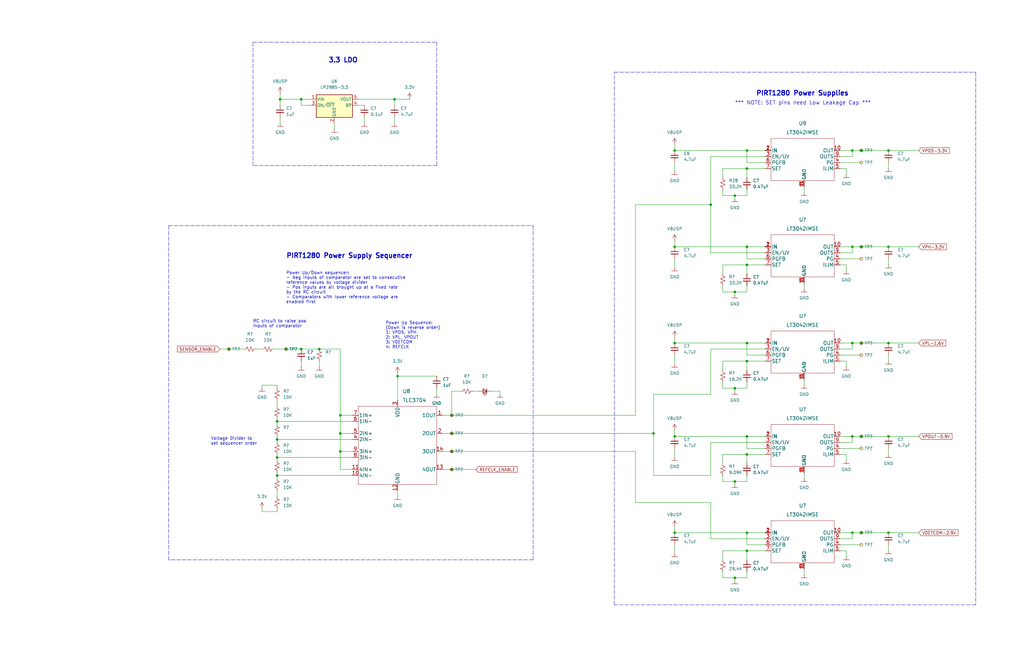
<source format=kicad_sch>
(kicad_sch (version 20211123) (generator eeschema)
  (paper "B")
  (lib_symbols
    (symbol "Device:C_Small" (pin_numbers hide) (pin_names (offset 0.254) hide)
      (property "Reference" "C" (at 0.254 1.778 0))
      (property "Value" "C_Small" (at 0.254 -2.032 0))
      (symbol "C_Small_0_1"
        (polyline (pts (xy -1.524 -0.508) (xy 1.524 -0.508)) (stroke (width 0.3302)))
        (polyline (pts (xy -1.524 0.508) (xy 1.524 0.508)) (stroke (width 0.3048)))
      )
      (symbol "C_Small_1_1"
        (pin passive line (at 0 2.54 270) (length 2.032) (name "~") (number "1"))
        (pin passive line (at 0 -2.54 90) (length 2.032) (name "~") (number "2"))
      )
    )
    (symbol "Device:LED_Small" (pin_numbers hide) (pin_names (offset 0.254) hide)
      (property "Reference" "D" (at -1.27 3.175 0))
      (property "Value" "LED_Small" (at -4.445 -2.54 0))
      (symbol "LED_Small_0_1"
        (polyline (pts (xy -0.762 -1.016) (xy -0.762 1.016)) (stroke (width 0.254)))
        (polyline (pts (xy 1.016 0) (xy -0.762 0)))
        (polyline (pts (xy 0.762 -1.016) (xy -0.762 0) (xy 0.762 1.016) (xy 0.762 -1.016)) (stroke (width 0.254)))
        (polyline (pts (xy 0 0.762) (xy -0.508 1.27) (xy -0.254 1.27) (xy -0.508 1.27) (xy -0.508 1.016)))
        (polyline (pts (xy 0.508 1.27) (xy 0 1.778) (xy 0.254 1.778) (xy 0 1.778) (xy 0 1.524)))
      )
      (symbol "LED_Small_1_1"
        (pin passive line (at -2.54 0 0) (length 1.778) (name "K") (number "1"))
        (pin passive line (at 2.54 0 180) (length 1.778) (name "A") (number "2"))
      )
    )
    (symbol "Device:R_Small_US" (pin_numbers hide) (pin_names (offset 0.254) hide)
      (property "Reference" "R" (at 0.762 0.508 0))
      (property "Value" "R_Small_US" (at 0.762 -1.016 0))
      (symbol "R_Small_US_1_1"
        (polyline (pts (xy 0 0) (xy 1.016 -0.381) (xy 0 -0.762) (xy -1.016 -1.143) (xy 0 -1.524)))
        (polyline (pts (xy 0 1.524) (xy 1.016 1.143) (xy 0 0.762) (xy -1.016 0.381) (xy 0 0)))
        (pin passive line (at 0 2.54 270) (length 1.016) (name "~") (number "1"))
        (pin passive line (at 0 -2.54 90) (length 1.016) (name "~") (number "2"))
      )
    )
    (symbol "Regulator_Linear:LP2985-3.3" (pin_names (offset 0.254))
      (property "Reference" "U" (at -6.35 5.715 0))
      (property "Value" "LP2985-3.3" (at 0 5.715 0))
      (symbol "LP2985-3.3_0_1"
        (rectangle (start -7.62 -5.08) (end 7.62 4.445) (stroke (width 0.254)) (fill (type background)))
      )
      (symbol "LP2985-3.3_1_1"
        (pin power_in line (at -10.16 2.54 0) (length 2.54) (name "VIN") (number "1"))
        (pin power_in line (at 0 -7.62 90) (length 2.54) (name "GND") (number "2"))
        (pin input line (at -10.16 0 0) (length 2.54) (name "ON/~{OFF}") (number "3"))
        (pin input line (at 10.16 0 180) (length 2.54) (name "BP") (number "4"))
        (pin power_out line (at 10.16 2.54 180) (length 2.54) (name "VOUT") (number "5"))
      )
    )
    (symbol "oresat-ics:LT3042IMSE" (pin_names (offset 0.254))
      (property "Reference" "U9" (at 20.955 11.43 0))
      (property "Value" "LT3042IMSE" (at 20.955 7.62 0))
      (symbol "LT3042IMSE_1_1"
        (polyline (pts (xy 7.62 -12.7) (xy 34.29 -12.7)) (stroke (width 0.127)))
        (polyline (pts (xy 7.62 5.08) (xy 7.62 -12.7)) (stroke (width 0.127)))
        (polyline (pts (xy 34.29 -12.7) (xy 34.29 5.08)) (stroke (width 0.127)))
        (polyline (pts (xy 34.29 5.08) (xy 7.62 5.08)) (stroke (width 0.127)))
        (pin input line (at 5.08 0 0) (length 2.54) (name "IN") (number "1"))
        (pin output line (at 36.83 0 180) (length 2.54) (name "OUT") (number "10"))
        (pin power_in line (at 21.59 -15.24 90) (length 2.54) (name "GND") (number "11"))
        (pin input line (at 5.08 0 0) (length 2.54) (name "IN") (number "2"))
        (pin output line (at 5.08 -2.54 0) (length 2.54) (name "EN/UV") (number "3"))
        (pin power_in line (at 36.83 -5.08 180) (length 2.54) (name "PG") (number "4"))
        (pin unspecified line (at 36.83 -7.62 180) (length 2.54) (name "ILIM") (number "5"))
        (pin power_in line (at 5.08 -5.08 0) (length 2.54) (name "PGFB") (number "6"))
        (pin input line (at 5.08 -7.62 0) (length 2.54) (name "SET") (number "7"))
        (pin power_in line (at 21.59 -15.24 90) (length 2.54) (name "GND") (number "8"))
        (pin output line (at 36.83 -2.54 180) (length 2.54) (name "OUTS") (number "9"))
      )
    )
    (symbol "oresat-ics:TLC3704" (pin_names (offset 0.254))
      (property "Reference" "U8" (at 26.2751 11.43 0))
      (property "Value" "TLC3704" (at 26.2751 7.62 0))
      (symbol "TLC3704_1_1"
        (polyline (pts (xy 7.62 -27.94) (xy 40.64 -27.94)) (stroke (width 0.127)))
        (polyline (pts (xy 7.62 5.08) (xy 7.62 -27.94)) (stroke (width 0.127)))
        (polyline (pts (xy 40.64 -27.94) (xy 40.64 5.08)) (stroke (width 0.127)))
        (polyline (pts (xy 40.64 5.08) (xy 7.62 5.08)) (stroke (width 0.127)))
        (pin output line (at 43.18 1.27 180) (length 2.54) (name "1OUT") (number "1"))
        (pin input line (at 5.08 -24.13 0) (length 2.54) (name "4IN-") (number "10"))
        (pin input line (at 5.08 -21.59 0) (length 2.54) (name "4IN+") (number "11"))
        (pin power_in line (at 24.13 -30.48 90) (length 2.54) (name "GND") (number "12"))
        (pin output line (at 43.18 -21.59 180) (length 2.54) (name "4OUT") (number "13"))
        (pin output line (at 43.18 -13.97 180) (length 2.54) (name "3OUT") (number "14"))
        (pin output line (at 43.18 -6.35 180) (length 2.54) (name "2OUT") (number "2"))
        (pin power_in line (at 24.13 7.62 270) (length 2.54) (name "VDD") (number "3"))
        (pin input line (at 5.08 -8.89 0) (length 2.54) (name "2IN-") (number "4"))
        (pin input line (at 5.08 -6.35 0) (length 2.54) (name "2IN+") (number "5"))
        (pin input line (at 5.08 -1.27 0) (length 2.54) (name "1IN-") (number "6"))
        (pin input line (at 5.08 1.27 0) (length 2.54) (name "1IN+") (number "7"))
        (pin input line (at 5.08 -16.51 0) (length 2.54) (name "3IN-") (number "8"))
        (pin input line (at 5.08 -13.97 0) (length 2.54) (name "3IN+") (number "9"))
      )
    )
    (symbol "oresat-misc:TestPoint-MinTH" (pin_numbers hide) (pin_names (offset 0.762) hide)
      (property "Reference" "TP" (at 0 2.54 0))
      (symbol "TestPoint-MinTH_0_1"
        (circle (center 0 0) (radius 0.635) (fill (type background)))
      )
      (symbol "TestPoint-MinTH_1_1"
        (pin passive line (at 0 0 270) (length 0) (name "1") (number "1"))
      )
    )
    (symbol "oresat-power:3.3V" (power) (pin_names (offset 0))
      (property "Value" "3.3V" (at 0 3.556 0))
      (symbol "3.3V_0_1"
        (polyline (pts (xy -0.762 1.27) (xy 0 2.54)))
        (polyline (pts (xy 0 0) (xy 0 2.54)))
        (polyline (pts (xy 0 2.54) (xy 0.762 1.27)))
      )
      (symbol "3.3V_1_1"
        (pin power_in line (at 0 0 90) (length 0) hide (name "3.3V") (number "1"))
      )
    )
    (symbol "oresat-power:GND" (power) (pin_names (offset 0))
      (property "Value" "GND" (at 0 -2.54 0))
      (symbol "GND_0_1"
        (polyline (pts (xy 0 0) (xy 0 -1.27) (xy 1.27 -1.27) (xy 0 -1.27) (xy -1.27 -1.27) (xy 0 -1.27)))
      )
      (symbol "GND_1_1"
        (pin power_in line (at 0 0 270) (length 0) hide (name "GND") (number "1"))
      )
    )
    (symbol "oresat-power:VBUSP" (power) (pin_names (offset 0))
      (property "Value" "VBUSP" (at 0 3.556 0))
      (symbol "VBUSP_0_1"
        (polyline (pts (xy -0.762 1.27) (xy 0 2.54)))
        (polyline (pts (xy 0 0) (xy 0 2.54)))
        (polyline (pts (xy 0 2.54) (xy 0.762 1.27)))
      )
      (symbol "VBUSP_1_1"
        (pin power_in line (at 0 0 90) (length 0) hide (name "VBUSP") (number "1"))
      )
    )
  )
  (junction (at 190.5 190.5))
  (junction (at 359.41 104.14))
  (junction (at 309.88 123.19))
  (junction (at 143.51 190.5))
  (junction (at 118.11 41.91))
  (junction (at 363.22 63.5))
  (junction (at 374.65 184.15))
  (junction (at 275.59 182.88))
  (junction (at 116.84 185.42))
  (junction (at 314.96 144.78))
  (junction (at 309.88 82.55))
  (junction (at 314.96 232.41))
  (junction (at 190.5 198.12))
  (junction (at 190.5 182.88))
  (junction (at 167.64 158.75))
  (junction (at 284.48 184.15))
  (junction (at 127 41.91))
  (junction (at 143.51 182.88))
  (junction (at 284.48 63.5))
  (junction (at 374.65 63.5))
  (junction (at 314.96 111.76))
  (junction (at 314.96 71.12))
  (junction (at 190.5 175.26))
  (junction (at 284.48 144.78))
  (junction (at 314.96 191.77))
  (junction (at 374.65 144.78))
  (junction (at 116.84 200.66))
  (junction (at 363.22 144.78))
  (junction (at 359.41 63.5))
  (junction (at 374.65 104.14))
  (junction (at 359.41 184.15))
  (junction (at 359.41 144.78))
  (junction (at 314.96 104.14))
  (junction (at 166.37 41.91))
  (junction (at 116.84 193.04))
  (junction (at 363.22 184.15))
  (junction (at 309.88 203.2))
  (junction (at 359.41 224.79))
  (junction (at 314.96 184.15))
  (junction (at 363.22 224.79))
  (junction (at 96.52 147.32))
  (junction (at 314.96 63.5))
  (junction (at 374.65 224.79))
  (junction (at 309.88 243.84))
  (junction (at 309.88 163.83))
  (junction (at 284.48 104.14))
  (junction (at 314.96 224.79))
  (junction (at 143.51 175.26))
  (junction (at 116.84 177.8))
  (junction (at 284.48 224.79))
  (junction (at 299.72 86.36))
  (junction (at 363.22 104.14))
  (junction (at 134.62 147.32))
  (junction (at 120.65 147.32))
  (junction (at 314.96 152.4))
  (junction (at 127 147.32))
  (wire (pts (xy 304.8 111.76) (xy 304.8 115.57)))
  (wire (pts (xy 304.8 82.55) (xy 309.88 82.55)))
  (wire (pts (xy 374.65 149.86) (xy 374.65 152.4)))
  (wire (pts (xy 354.33 186.69) (xy 359.41 186.69)))
  (wire (pts (xy 127 41.91) (xy 130.81 41.91)))
  (wire (pts (xy 167.64 158.75) (xy 167.64 168.91)))
  (wire (pts (xy 267.97 212.09) (xy 299.72 212.09)))
  (wire (pts (xy 166.37 41.91) (xy 172.72 41.91)))
  (wire (pts (xy 314.96 123.19) (xy 314.96 120.65)))
  (wire (pts (xy 134.62 152.4) (xy 134.62 154.94)))
  (wire (pts (xy 284.48 189.23) (xy 284.48 193.04)))
  (wire (pts (xy 314.96 224.79) (xy 322.58 224.79)))
  (wire (pts (xy 284.48 142.24) (xy 284.48 144.78)))
  (wire (pts (xy 339.09 78.74) (xy 339.09 81.28)))
  (wire (pts (xy 284.48 222.25) (xy 284.48 224.79)))
  (wire (pts (xy 314.96 111.76) (xy 304.8 111.76)))
  (wire (pts (xy 267.97 190.5) (xy 267.97 212.09)))
  (wire (pts (xy 107.95 147.32) (xy 110.49 147.32)))
  (wire (pts (xy 356.87 191.77) (xy 354.33 191.77)))
  (wire (pts (xy 116.84 193.04) (xy 116.84 194.31)))
  (wire (pts (xy 304.8 232.41) (xy 304.8 236.22)))
  (wire (pts (xy 354.33 147.32) (xy 359.41 147.32)))
  (wire (pts (xy 284.48 60.96) (xy 284.48 63.5)))
  (wire (pts (xy 304.8 191.77) (xy 304.8 195.58)))
  (wire (pts (xy 284.48 149.86) (xy 284.48 153.67)))
  (wire (pts (xy 299.72 86.36) (xy 299.72 106.68)))
  (wire (pts (xy 275.59 182.88) (xy 275.59 166.37)))
  (wire (pts (xy 190.5 182.88) (xy 275.59 182.88)))
  (wire (pts (xy 110.49 214.63) (xy 110.49 215.9)))
  (wire (pts (xy 314.96 232.41) (xy 304.8 232.41)))
  (wire (pts (xy 304.8 241.3) (xy 304.8 243.84)))
  (wire (pts (xy 309.88 203.2) (xy 314.96 203.2)))
  (polyline (pts (xy 411.48 255.27) (xy 259.08 255.27)))
  (wire (pts (xy 314.96 149.86) (xy 314.96 144.78)))
  (wire (pts (xy 116.84 200.66) (xy 148.59 200.66)))
  (wire (pts (xy 356.87 154.94) (xy 356.87 152.4)))
  (wire (pts (xy 116.84 215.9) (xy 116.84 214.63)))
  (polyline (pts (xy 140.97 17.78) (xy 184.15 17.78)))
  (wire (pts (xy 322.58 229.87) (xy 314.96 229.87)))
  (wire (pts (xy 299.72 66.04) (xy 322.58 66.04)))
  (wire (pts (xy 118.11 39.37) (xy 118.11 41.91)))
  (wire (pts (xy 143.51 198.12) (xy 148.59 198.12)))
  (wire (pts (xy 314.96 184.15) (xy 322.58 184.15)))
  (wire (pts (xy 284.48 101.6) (xy 284.48 104.14)))
  (wire (pts (xy 339.09 160.02) (xy 339.09 162.56)))
  (wire (pts (xy 314.96 71.12) (xy 304.8 71.12)))
  (wire (pts (xy 143.51 147.32) (xy 143.51 175.26)))
  (polyline (pts (xy 106.68 17.78) (xy 140.97 17.78)))
  (wire (pts (xy 374.65 109.22) (xy 374.65 111.76)))
  (wire (pts (xy 284.48 109.22) (xy 284.48 113.03)))
  (wire (pts (xy 309.88 123.19) (xy 314.96 123.19)))
  (polyline (pts (xy 184.15 69.85) (xy 106.68 69.85)))
  (wire (pts (xy 354.33 66.04) (xy 359.41 66.04)))
  (wire (pts (xy 116.84 191.77) (xy 116.84 193.04)))
  (wire (pts (xy 118.11 41.91) (xy 118.11 44.45)))
  (wire (pts (xy 127 152.4) (xy 127 154.94)))
  (wire (pts (xy 363.22 224.79) (xy 374.65 224.79)))
  (wire (pts (xy 115.57 147.32) (xy 120.65 147.32)))
  (wire (pts (xy 143.51 175.26) (xy 143.51 182.88)))
  (wire (pts (xy 304.8 243.84) (xy 309.88 243.84)))
  (wire (pts (xy 309.88 82.55) (xy 314.96 82.55)))
  (wire (pts (xy 116.84 176.53) (xy 116.84 177.8)))
  (wire (pts (xy 110.49 215.9) (xy 116.84 215.9)))
  (wire (pts (xy 166.37 41.91) (xy 166.37 44.45)))
  (wire (pts (xy 143.51 175.26) (xy 148.59 175.26)))
  (wire (pts (xy 275.59 200.66) (xy 275.59 182.88)))
  (wire (pts (xy 116.84 184.15) (xy 116.84 185.42)))
  (wire (pts (xy 314.96 71.12) (xy 314.96 74.93)))
  (wire (pts (xy 322.58 232.41) (xy 314.96 232.41)))
  (wire (pts (xy 374.65 104.14) (xy 387.35 104.14)))
  (wire (pts (xy 363.22 184.15) (xy 374.65 184.15)))
  (wire (pts (xy 304.8 80.01) (xy 304.8 82.55)))
  (wire (pts (xy 304.8 152.4) (xy 304.8 156.21)))
  (wire (pts (xy 140.97 52.07) (xy 140.97 54.61)))
  (wire (pts (xy 374.65 229.87) (xy 374.65 232.41)))
  (wire (pts (xy 374.65 68.58) (xy 374.65 71.12)))
  (polyline (pts (xy 106.68 69.85) (xy 106.68 17.78)))
  (wire (pts (xy 354.33 229.87) (xy 363.22 229.87)))
  (polyline (pts (xy 411.48 30.48) (xy 411.48 255.27)))
  (wire (pts (xy 354.33 224.79) (xy 359.41 224.79)))
  (wire (pts (xy 363.22 144.78) (xy 374.65 144.78)))
  (wire (pts (xy 309.88 163.83) (xy 309.88 165.1)))
  (wire (pts (xy 314.96 163.83) (xy 314.96 161.29)))
  (wire (pts (xy 322.58 71.12) (xy 314.96 71.12)))
  (wire (pts (xy 299.72 86.36) (xy 299.72 66.04)))
  (wire (pts (xy 314.96 109.22) (xy 314.96 104.14)))
  (wire (pts (xy 299.72 200.66) (xy 299.72 186.69)))
  (wire (pts (xy 190.5 190.5) (xy 267.97 190.5)))
  (wire (pts (xy 143.51 182.88) (xy 148.59 182.88)))
  (wire (pts (xy 166.37 49.53) (xy 166.37 52.07)))
  (wire (pts (xy 309.88 243.84) (xy 314.96 243.84)))
  (wire (pts (xy 359.41 224.79) (xy 363.22 224.79)))
  (wire (pts (xy 299.72 212.09) (xy 299.72 227.33)))
  (wire (pts (xy 267.97 86.36) (xy 299.72 86.36)))
  (wire (pts (xy 304.8 161.29) (xy 304.8 163.83)))
  (wire (pts (xy 284.48 224.79) (xy 314.96 224.79)))
  (wire (pts (xy 339.09 199.39) (xy 339.09 201.93)))
  (wire (pts (xy 374.65 144.78) (xy 387.35 144.78)))
  (wire (pts (xy 284.48 184.15) (xy 314.96 184.15)))
  (wire (pts (xy 309.88 123.19) (xy 309.88 124.46)))
  (wire (pts (xy 322.58 68.58) (xy 314.96 68.58)))
  (wire (pts (xy 354.33 189.23) (xy 363.22 189.23)))
  (wire (pts (xy 356.87 111.76) (xy 354.33 111.76)))
  (wire (pts (xy 304.8 200.66) (xy 304.8 203.2)))
  (polyline (pts (xy 259.08 255.27) (xy 259.08 30.48)))
  (wire (pts (xy 153.67 49.53) (xy 153.67 52.07)))
  (wire (pts (xy 284.48 104.14) (xy 314.96 104.14)))
  (wire (pts (xy 267.97 175.26) (xy 267.97 86.36)))
  (wire (pts (xy 116.84 163.83) (xy 116.84 162.56)))
  (wire (pts (xy 359.41 106.68) (xy 359.41 104.14)))
  (wire (pts (xy 304.8 203.2) (xy 309.88 203.2)))
  (wire (pts (xy 127 147.32) (xy 134.62 147.32)))
  (wire (pts (xy 186.69 198.12) (xy 190.5 198.12)))
  (wire (pts (xy 304.8 123.19) (xy 309.88 123.19)))
  (wire (pts (xy 314.96 152.4) (xy 304.8 152.4)))
  (wire (pts (xy 118.11 49.53) (xy 118.11 52.07)))
  (wire (pts (xy 143.51 182.88) (xy 143.51 190.5)))
  (polyline (pts (xy 71.12 95.25) (xy 71.12 236.22)))
  (wire (pts (xy 116.84 199.39) (xy 116.84 200.66)))
  (wire (pts (xy 167.64 207.01) (xy 167.64 209.55)))
  (wire (pts (xy 275.59 166.37) (xy 299.72 166.37)))
  (wire (pts (xy 190.5 165.1) (xy 194.31 165.1)))
  (wire (pts (xy 314.96 144.78) (xy 322.58 144.78)))
  (wire (pts (xy 190.5 198.12) (xy 200.66 198.12)))
  (wire (pts (xy 299.72 106.68) (xy 322.58 106.68)))
  (wire (pts (xy 314.96 189.23) (xy 314.96 184.15)))
  (wire (pts (xy 356.87 234.95) (xy 356.87 232.41)))
  (polyline (pts (xy 224.79 95.25) (xy 224.79 236.22)))
  (wire (pts (xy 143.51 190.5) (xy 143.51 198.12)))
  (wire (pts (xy 304.8 71.12) (xy 304.8 74.93)))
  (wire (pts (xy 186.69 190.5) (xy 190.5 190.5)))
  (polyline (pts (xy 224.79 236.22) (xy 71.12 236.22)))
  (wire (pts (xy 284.48 181.61) (xy 284.48 184.15)))
  (wire (pts (xy 116.84 185.42) (xy 148.59 185.42)))
  (wire (pts (xy 322.58 111.76) (xy 314.96 111.76)))
  (wire (pts (xy 207.01 165.1) (xy 210.82 165.1)))
  (wire (pts (xy 314.96 203.2) (xy 314.96 200.66)))
  (wire (pts (xy 356.87 232.41) (xy 354.33 232.41)))
  (wire (pts (xy 354.33 68.58) (xy 363.22 68.58)))
  (wire (pts (xy 199.39 165.1) (xy 201.93 165.1)))
  (wire (pts (xy 116.84 185.42) (xy 116.84 186.69)))
  (wire (pts (xy 143.51 190.5) (xy 148.59 190.5)))
  (wire (pts (xy 134.62 147.32) (xy 143.51 147.32)))
  (wire (pts (xy 322.58 191.77) (xy 314.96 191.77)))
  (wire (pts (xy 116.84 177.8) (xy 148.59 177.8)))
  (wire (pts (xy 116.84 177.8) (xy 116.84 179.07)))
  (wire (pts (xy 374.65 224.79) (xy 387.35 224.79)))
  (wire (pts (xy 314.96 82.55) (xy 314.96 80.01)))
  (wire (pts (xy 314.96 63.5) (xy 322.58 63.5)))
  (wire (pts (xy 284.48 229.87) (xy 284.48 233.68)))
  (wire (pts (xy 356.87 152.4) (xy 354.33 152.4)))
  (wire (pts (xy 322.58 109.22) (xy 314.96 109.22)))
  (wire (pts (xy 356.87 71.12) (xy 354.33 71.12)))
  (wire (pts (xy 322.58 189.23) (xy 314.96 189.23)))
  (wire (pts (xy 130.81 44.45) (xy 127 44.45)))
  (wire (pts (xy 116.84 207.01) (xy 116.84 209.55)))
  (wire (pts (xy 151.13 44.45) (xy 153.67 44.45)))
  (wire (pts (xy 359.41 184.15) (xy 363.22 184.15)))
  (wire (pts (xy 96.52 147.32) (xy 102.87 147.32)))
  (wire (pts (xy 167.64 158.75) (xy 184.15 158.75)))
  (wire (pts (xy 309.88 82.55) (xy 309.88 83.82)))
  (wire (pts (xy 359.41 227.33) (xy 359.41 224.79)))
  (wire (pts (xy 314.96 229.87) (xy 314.96 224.79)))
  (wire (pts (xy 190.5 175.26) (xy 190.5 165.1)))
  (wire (pts (xy 359.41 63.5) (xy 363.22 63.5)))
  (wire (pts (xy 354.33 63.5) (xy 359.41 63.5)))
  (wire (pts (xy 314.96 104.14) (xy 322.58 104.14)))
  (wire (pts (xy 314.96 232.41) (xy 314.96 236.22)))
  (wire (pts (xy 314.96 111.76) (xy 314.96 115.57)))
  (wire (pts (xy 314.96 152.4) (xy 314.96 156.21)))
  (wire (pts (xy 116.84 168.91) (xy 116.84 171.45)))
  (wire (pts (xy 359.41 104.14) (xy 363.22 104.14)))
  (wire (pts (xy 359.41 144.78) (xy 363.22 144.78)))
  (wire (pts (xy 309.88 203.2) (xy 309.88 204.47)))
  (wire (pts (xy 354.33 227.33) (xy 359.41 227.33)))
  (wire (pts (xy 354.33 149.86) (xy 363.22 149.86)))
  (wire (pts (xy 110.49 162.56) (xy 110.49 163.83)))
  (wire (pts (xy 299.72 166.37) (xy 299.72 147.32)))
  (wire (pts (xy 184.15 163.83) (xy 184.15 166.37)))
  (wire (pts (xy 116.84 200.66) (xy 116.84 201.93)))
  (wire (pts (xy 359.41 186.69) (xy 359.41 184.15)))
  (wire (pts (xy 284.48 68.58) (xy 284.48 72.39)))
  (wire (pts (xy 275.59 200.66) (xy 299.72 200.66)))
  (wire (pts (xy 374.65 63.5) (xy 387.35 63.5)))
  (wire (pts (xy 186.69 182.88) (xy 190.5 182.88)))
  (wire (pts (xy 363.22 63.5) (xy 374.65 63.5)))
  (wire (pts (xy 314.96 68.58) (xy 314.96 63.5)))
  (wire (pts (xy 314.96 243.84) (xy 314.96 241.3)))
  (wire (pts (xy 322.58 152.4) (xy 314.96 152.4)))
  (wire (pts (xy 92.71 147.32) (xy 96.52 147.32)))
  (wire (pts (xy 118.11 41.91) (xy 127 41.91)))
  (wire (pts (xy 190.5 175.26) (xy 267.97 175.26)))
  (wire (pts (xy 210.82 165.1) (xy 210.82 166.37)))
  (wire (pts (xy 299.72 147.32) (xy 322.58 147.32)))
  (wire (pts (xy 354.33 144.78) (xy 359.41 144.78)))
  (wire (pts (xy 304.8 120.65) (xy 304.8 123.19)))
  (wire (pts (xy 374.65 189.23) (xy 374.65 191.77)))
  (wire (pts (xy 299.72 227.33) (xy 322.58 227.33)))
  (wire (pts (xy 120.65 147.32) (xy 127 147.32)))
  (wire (pts (xy 354.33 106.68) (xy 359.41 106.68)))
  (wire (pts (xy 284.48 63.5) (xy 314.96 63.5)))
  (wire (pts (xy 186.69 175.26) (xy 190.5 175.26)))
  (wire (pts (xy 314.96 191.77) (xy 304.8 191.77)))
  (wire (pts (xy 339.09 240.03) (xy 339.09 242.57)))
  (wire (pts (xy 167.64 157.48) (xy 167.64 158.75)))
  (wire (pts (xy 339.09 119.38) (xy 339.09 121.92)))
  (wire (pts (xy 284.48 144.78) (xy 314.96 144.78)))
  (wire (pts (xy 127 44.45) (xy 127 41.91)))
  (wire (pts (xy 356.87 114.3) (xy 356.87 111.76)))
  (wire (pts (xy 116.84 193.04) (xy 148.59 193.04)))
  (wire (pts (xy 359.41 66.04) (xy 359.41 63.5)))
  (wire (pts (xy 116.84 162.56) (xy 110.49 162.56)))
  (wire (pts (xy 356.87 194.31) (xy 356.87 191.77)))
  (wire (pts (xy 374.65 184.15) (xy 387.35 184.15)))
  (wire (pts (xy 322.58 149.86) (xy 314.96 149.86)))
  (wire (pts (xy 359.41 147.32) (xy 359.41 144.78)))
  (wire (pts (xy 151.13 41.91) (xy 166.37 41.91)))
  (wire (pts (xy 354.33 104.14) (xy 359.41 104.14)))
  (wire (pts (xy 363.22 104.14) (xy 374.65 104.14)))
  (wire (pts (xy 356.87 73.66) (xy 356.87 71.12)))
  (wire (pts (xy 304.8 163.83) (xy 309.88 163.83)))
  (wire (pts (xy 314.96 191.77) (xy 314.96 195.58)))
  (polyline (pts (xy 292.1 30.48) (xy 411.48 30.48)))
  (polyline (pts (xy 259.08 30.48) (xy 292.1 30.48)))
  (polyline (pts (xy 71.12 95.25) (xy 224.79 95.25)))
  (wire (pts (xy 354.33 184.15) (xy 359.41 184.15)))
  (wire (pts (xy 309.88 163.83) (xy 314.96 163.83)))
  (wire (pts (xy 354.33 109.22) (xy 363.22 109.22)))
  (polyline (pts (xy 184.15 17.78) (xy 184.15 69.85)))
  (wire (pts (xy 309.88 243.84) (xy 309.88 245.11)))
  (wire (pts (xy 299.72 186.69) (xy 322.58 186.69)))
  (text "RC circuit to raise pos\ninputs of comparator" (at 106.68 138.43 0) (effects (font (size 1.27 1.27)) (justify left bottom)))
  (text "Voltage Divider to\nset sequencer order" (at 88.9 187.96 0) (effects (font (size 1.27 1.27)) (justify left bottom)))
  (text "Power Up/Down sequencer:\n- Neg inputs of comparator are set to consecutive \nreference values by voltage divider\n- Pos inputs are all brought up at a fixed rate\nby the RC circuit\n- Comparators with lower reference voltage are\nenabled first" (at 120.65 128.27 0) (effects (font (size 1.27 1.27)) (justify left bottom)))
  (text "PIRT1280 Power Supply Sequencer" (at 120.65 109.22 0) (effects (font (size 2 2) (thickness 0.4) bold) (justify left bottom)))
  (text "*** NOTE: SET pins need Low Leakage Cap ***" (at 309.88 44.45 0) (effects (font (size 1.6 1.6)) (justify left bottom)))
  (text "\n\nPower Up Sequence:\n(Down is reverse order)\n1: ﻿VPOS, VPH\n2: VPL, VPOUT\n3: VDETCOM\n4: REFCLK" (at 162.56 147.32 0) (effects (font (size 1.27 1.27)) (justify left bottom)))
  (text "3.3 LDO" (at 138.43 26.67 0) (effects (font (size 2 2) (thickness 0.4) bold) (justify left bottom)))
  (text "PIRT1280 Power Supplies" (at 318.77 40.64 0) (effects (font (size 2 2) (thickness 0.4) bold) (justify left bottom)))
  (global_label "VPOS-3.3V" (shape input) (at 387.35 63.5 0) (property "Intersheet References" "${INTERSHEET_REFS}" (effects hide)))
  (global_label "VPL-1.6V" (shape input) (at 387.35 144.78 0) (property "Intersheet References" "${INTERSHEET_REFS}" (effects hide)))
  (global_label "SENSOR_ENABLE" (shape input) (at 92.71 147.32 180) (property "Intersheet References" "${INTERSHEET_REFS}" (effects hide)))
  (global_label "VPOUT-0.9V" (shape input) (at 387.35 184.15 0) (property "Intersheet References" "${INTERSHEET_REFS}" (effects hide)))
  (global_label "REFCLK_ENABLE" (shape input) (at 200.66 198.12 0) (property "Intersheet References" "${INTERSHEET_REFS}" (effects hide)))
  (global_label "VPH-3.3V" (shape input) (at 387.35 104.14 0) (property "Intersheet References" "${INTERSHEET_REFS}" (effects hide)))
  (global_label "VDETCOM-2.9V" (shape input) (at 387.35 224.79 0) (property "Intersheet References" "${INTERSHEET_REFS}" (effects hide)))
  (symbol (lib_id "Device:C_Small") (at 127 149.86 0) (unit 1)
    (property "Reference" "C?" (at 129.54 148.5962 0) (effects (justify left)))
    (property "Value" "1uF" (at 129.54 151.1362 0) (effects (justify left)))
  )
  (symbol (lib_id "Device:R_Small_US") (at 304.8 238.76 0) (unit 1)
    (property "Reference" "R?" (at 307.34 237.4899 0) (effects (justify left)))
    (property "Value" "29.4K" (at 307.34 240.0299 0) (effects (justify left)))
    (property "Footprint" "Resistor_SMD:R_0603_1608Metric_Pad0.98x0.95mm_HandSolder" (effects hide))
  )
  (symbol (lib_id "Device:C_Small") (at 184.15 161.29 0) (unit 1)
    (property "Reference" "C?" (at 186.69 160.0262 0) (effects (justify left)))
    (property "Value" "1uF" (at 186.69 162.5662 0) (effects (justify left)))
  )
  (symbol (lib_id "Device:C_Small") (at 314.96 77.47 0) (unit 1)
    (property "Reference" "C7" (at 317.5 76.2062 0) (effects (justify left)))
    (property "Value" "0.47uF" (at 317.5 78.7462 0) (effects (justify left)))
    (property "Footprint" "Capacitor_SMD:C_0603_1608Metric_Pad1.08x0.95mm_HandSolder" (effects hide))
  )
  (symbol (lib_id "oresat-power:GND") (at 339.09 81.28 0) (unit 1)
    (property "Reference" "#GND?" (effects hide))
    (property "Value" "GND" (at 339.09 85.09 0))
  )
  (symbol (lib_id "Device:R_Small_US") (at 116.84 189.23 0) (unit 1)
    (property "Reference" "R?" (at 119.38 187.9599 0) (effects (justify left)))
    (property "Value" "10K" (at 119.38 190.4999 0) (effects (justify left)))
  )
  (symbol (lib_id "Device:C_Small") (at 314.96 198.12 0) (unit 1)
    (property "Reference" "C?" (at 317.5 196.8562 0) (effects (justify left)))
    (property "Value" "0.47uF" (at 317.5 199.3962 0) (effects (justify left)))
    (property "Footprint" "Capacitor_SMD:C_0603_1608Metric_Pad1.08x0.95mm_HandSolder" (effects hide))
  )
  (symbol (lib_id "oresat-power:GND") (at 356.87 234.95 0) (unit 1)
    (property "Reference" "#GND?" (effects hide))
    (property "Value" "GND" (at 356.87 238.76 0))
  )
  (symbol (lib_id "oresat-misc:TestPoint-MinTH") (at 363.22 144.78 0) (unit 1)
    (property "Reference" "TP?" (at 364.49 144.7799 0) (effects (justify left)))
    (property "Value" "TestPoint-MinTH" (effects hide))
    (property "Footprint" "oresat-misc:TestPoint-MinTH" (effects hide))
  )
  (symbol (lib_id "oresat-misc:TestPoint-MinTH") (at 363.22 229.87 0) (unit 1)
    (property "Reference" "TP?" (at 364.49 229.8699 0) (effects (justify left)))
    (property "Value" "TestPoint-MinTH" (effects hide))
    (property "Footprint" "oresat-misc:TestPoint-MinTH" (effects hide))
  )
  (symbol (lib_id "oresat-misc:TestPoint-MinTH") (at 190.5 175.26 0) (unit 1)
    (property "Reference" "TP?" (at 191.77 175.2599 0) (effects (justify left)))
    (property "Value" "TestPoint-MinTH" (effects hide))
    (property "Footprint" "oresat-misc:TestPoint-MinTH" (effects hide))
  )
  (symbol (lib_id "oresat-power:VBUSP") (at 118.11 39.37 0) (unit 1)
    (property "Reference" "#VBUSP?" (effects hide))
    (property "Value" "VBUSP" (at 118.11 34.29 0))
  )
  (symbol (lib_id "Device:R_Small_US") (at 304.8 158.75 0) (unit 1)
    (property "Reference" "R?" (at 307.34 157.4799 0) (effects (justify left)))
    (property "Value" "16.2K" (at 307.34 160.0199 0) (effects (justify left)))
    (property "Footprint" "Resistor_SMD:R_0603_1608Metric_Pad0.98x0.95mm_HandSolder" (effects hide))
  )
  (symbol (lib_id "oresat-power:GND") (at 153.67 52.07 0) (unit 1)
    (property "Reference" "#GND?" (effects hide))
    (property "Value" "GND" (at 153.67 55.88 0))
  )
  (symbol (lib_id "oresat-misc:TestPoint-MinTH") (at 363.22 109.22 0) (unit 1)
    (property "Reference" "TP?" (at 364.49 109.2199 0) (effects (justify left)))
    (property "Value" "TestPoint-MinTH" (effects hide))
    (property "Footprint" "oresat-misc:TestPoint-MinTH" (effects hide))
  )
  (symbol (lib_id "oresat-power:GND") (at 309.88 204.47 0) (unit 1)
    (property "Reference" "#GND?" (effects hide))
    (property "Value" "GND" (at 309.88 208.28 0))
  )
  (symbol (lib_id "oresat-power:VBUSP") (at 284.48 142.24 0) (unit 1)
    (property "Reference" "#VBUSP?" (effects hide))
    (property "Value" "VBUSP" (at 284.48 137.16 0))
  )
  (symbol (lib_id "oresat-power:3.3V") (at 167.64 157.48 0) (unit 1)
    (property "Reference" "#3V?" (effects hide))
    (property "Value" "3.3V" (at 167.64 152.4 0))
  )
  (symbol (lib_id "oresat-power:GND") (at 356.87 194.31 0) (unit 1)
    (property "Reference" "#GND?" (effects hide))
    (property "Value" "GND" (at 356.87 198.12 0))
  )
  (symbol (lib_id "oresat-ics:LT3042IMSE") (at 317.5 224.79 0) (unit 1)
    (property "Reference" "U?" (at 338.455 213.36 0) (effects (font (size 1.524 1.524))))
    (property "Value" "LT3042IMSE" (at 338.455 217.17 0) (effects (font (size 1.524 1.524))))
    (property "Footprint" "Package_SO:MSOP-10-1EP_3x3mm_P0.5mm_EP1.68x1.88mm_ThermalVias" (effects hide))
  )
  (symbol (lib_id "oresat-misc:TestPoint-MinTH") (at 190.5 190.5 0) (unit 1)
    (property "Reference" "TP?" (at 191.77 190.4999 0) (effects (justify left)))
    (property "Value" "TestPoint-MinTH" (effects hide))
    (property "Footprint" "oresat-misc:TestPoint-MinTH" (effects hide))
  )
  (symbol (lib_id "oresat-power:GND") (at 184.15 166.37 0) (unit 1)
    (property "Reference" "#GND?" (effects hide))
    (property "Value" "GND" (at 184.15 170.18 0))
  )
  (symbol (lib_id "Device:C_Small") (at 284.48 66.04 0) (unit 1)
    (property "Reference" "C6" (at 288.29 64.7699 0) (effects (justify left)))
    (property "Value" "4.7uF" (at 288.29 67.3099 0) (effects (justify left)))
    (property "Footprint" "Capacitor_SMD:C_0603_1608Metric_Pad1.08x0.95mm_HandSolder" (effects hide))
  )
  (symbol (lib_id "Device:C_Small") (at 153.67 46.99 0) (unit 1)
    (property "Reference" "C?" (at 156.21 45.7262 0) (effects (justify left)))
    (property "Value" "0.1uF" (at 156.21 48.2662 0) (effects (justify left)))
  )
  (symbol (lib_id "Device:C_Small") (at 374.65 106.68 0) (unit 1)
    (property "Reference" "C?" (at 378.46 105.4099 0) (effects (justify left)))
    (property "Value" "4.7uF" (at 378.46 107.9499 0) (effects (justify left)))
    (property "Footprint" "Capacitor_SMD:C_0603_1608Metric_Pad1.08x0.95mm_HandSolder" (effects hide))
  )
  (symbol (lib_id "Device:C_Small") (at 374.65 66.04 0) (unit 1)
    (property "Reference" "C?" (at 378.46 64.7699 0) (effects (justify left)))
    (property "Value" "4.7uF" (at 378.46 67.3099 0) (effects (justify left)))
    (property "Footprint" "Capacitor_SMD:C_0603_1608Metric_Pad1.08x0.95mm_HandSolder" (effects hide))
  )
  (symbol (lib_id "oresat-power:GND") (at 167.64 209.55 0) (unit 1)
    (property "Reference" "#GND?" (effects hide))
    (property "Value" "GND" (at 167.64 213.36 0))
  )
  (symbol (lib_id "Device:R_Small_US") (at 304.8 118.11 0) (unit 1)
    (property "Reference" "R?" (at 307.34 116.8399 0) (effects (justify left)))
    (property "Value" "33.2K" (at 307.34 119.3799 0) (effects (justify left)))
    (property "Footprint" "Resistor_SMD:R_0603_1608Metric_Pad0.98x0.95mm_HandSolder" (effects hide))
  )
  (symbol (lib_id "oresat-misc:TestPoint-MinTH") (at 363.22 63.5 0) (unit 1)
    (property "Reference" "TP?" (at 364.49 63.4999 0) (effects (justify left)))
    (property "Value" "TestPoint-MinTH" (effects hide))
    (property "Footprint" "oresat-misc:TestPoint-MinTH" (effects hide))
  )
  (symbol (lib_id "oresat-misc:TestPoint-MinTH") (at 363.22 149.86 0) (unit 1)
    (property "Reference" "TP?" (at 364.49 149.8599 0) (effects (justify left)))
    (property "Value" "TestPoint-MinTH" (effects hide))
    (property "Footprint" "oresat-misc:TestPoint-MinTH" (effects hide))
  )
  (symbol (lib_id "oresat-power:VBUSP") (at 284.48 181.61 0) (unit 1)
    (property "Reference" "#VBUSP?" (effects hide))
    (property "Value" "VBUSP" (at 284.48 176.53 0))
  )
  (symbol (lib_id "Device:C_Small") (at 166.37 46.99 0) (unit 1)
    (property "Reference" "C?" (at 168.91 45.7262 0) (effects (justify left)))
    (property "Value" "4.7uF" (at 168.91 48.2662 0) (effects (justify left)))
  )
  (symbol (lib_id "oresat-power:GND") (at 284.48 113.03 0) (unit 1)
    (property "Reference" "#GND?" (effects hide))
    (property "Value" "GND" (at 284.48 116.84 0))
  )
  (symbol (lib_id "Device:C_Small") (at 374.65 186.69 0) (unit 1)
    (property "Reference" "C?" (at 378.46 185.4199 0) (effects (justify left)))
    (property "Value" "4.7uF" (at 378.46 187.9599 0) (effects (justify left)))
    (property "Footprint" "Capacitor_SMD:C_0603_1608Metric_Pad1.08x0.95mm_HandSolder" (effects hide))
  )
  (symbol (lib_id "oresat-misc:TestPoint-MinTH") (at 363.22 104.14 0) (unit 1)
    (property "Reference" "TP?" (at 364.49 104.1399 0) (effects (justify left)))
    (property "Value" "TestPoint-MinTH" (effects hide))
    (property "Footprint" "oresat-misc:TestPoint-MinTH" (effects hide))
  )
  (symbol (lib_id "oresat-power:GND") (at 374.65 152.4 0) (unit 1)
    (property "Reference" "#GND?" (effects hide))
    (property "Value" "GND" (at 374.65 156.21 0))
  )
  (symbol (lib_id "oresat-misc:TestPoint-MinTH") (at 363.22 68.58 0) (unit 1)
    (property "Reference" "TP?" (at 364.49 68.5799 0) (effects (justify left)))
    (property "Value" "TestPoint-MinTH" (effects hide))
    (property "Footprint" "oresat-misc:TestPoint-MinTH" (effects hide))
  )
  (symbol (lib_id "oresat-power:GND") (at 118.11 52.07 0) (unit 1)
    (property "Reference" "#GND?" (effects hide))
    (property "Value" "GND" (at 118.11 55.88 0))
  )
  (symbol (lib_id "oresat-misc:TestPoint-MinTH") (at 96.52 147.32 0) (unit 1)
    (property "Reference" "TP?" (at 97.79 147.3199 0) (effects (justify left)))
    (property "Value" "TestPoint-MinTH" (effects hide))
    (property "Footprint" "oresat-misc:TestPoint-MinTH" (effects hide))
  )
  (symbol (lib_id "Regulator_Linear:LP2985-3.3") (at 140.97 44.45 0) (unit 1)
    (property "Reference" "U6" (at 140.97 34.29 0))
    (property "Value" "LP2985-3.3" (at 140.97 36.83 0))
    (property "Footprint" "Package_TO_SOT_SMD:SOT-23-5" (effects hide))
    (property "Datasheet" "http://www.ti.com/lit/ds/symlink/lp2985.pdf" (effects hide))
  )
  (symbol (lib_id "Device:R_Small_US") (at 116.84 181.61 0) (unit 1)
    (property "Reference" "R?" (at 119.38 180.3399 0) (effects (justify left)))
  )
  (symbol (lib_id "oresat-misc:TestPoint-MinTH") (at 190.5 182.88 0) (unit 1)
    (property "Reference" "TP?" (at 191.77 182.8799 0) (effects (justify left)))
    (property "Value" "TestPoint-MinTH" (effects hide))
    (property "Footprint" "oresat-misc:TestPoint-MinTH" (effects hide))
  )
  (symbol (lib_id "Device:C_Small") (at 284.48 106.68 0) (unit 1)
    (property "Reference" "C?" (at 288.29 105.4099 0) (effects (justify left)))
    (property "Value" "4.7uF" (at 288.29 107.9499 0) (effects (justify left)))
    (property "Footprint" "Capacitor_SMD:C_0603_1608Metric_Pad1.08x0.95mm_HandSolder" (effects hide))
  )
  (symbol (lib_id "oresat-power:GND") (at 284.48 153.67 0) (unit 1)
    (property "Reference" "#GND?" (effects hide))
    (property "Value" "GND" (at 284.48 157.48 0))
  )
  (symbol (lib_id "oresat-power:GND") (at 374.65 232.41 0) (unit 1)
    (property "Reference" "#GND?" (effects hide))
    (property "Value" "GND" (at 374.65 236.22 0))
  )
  (symbol (lib_id "oresat-power:GND") (at 356.87 73.66 0) (unit 1)
    (property "Reference" "#GND?" (effects hide))
    (property "Value" "GND" (at 356.87 77.47 0))
  )
  (symbol (lib_id "oresat-misc:TestPoint-MinTH") (at 120.65 147.32 0) (unit 1)
    (property "Reference" "TP?" (at 121.92 147.3199 0) (effects (justify left)))
    (property "Value" "TestPoint-MinTH" (effects hide))
    (property "Footprint" "oresat-misc:TestPoint-MinTH" (effects hide))
  )
  (symbol (lib_id "oresat-power:GND") (at 356.87 154.94 0) (unit 1)
    (property "Reference" "#GND?" (effects hide))
    (property "Value" "GND" (at 356.87 158.75 0))
  )
  (symbol (lib_id "oresat-power:GND") (at 127 154.94 0) (unit 1)
    (property "Reference" "#GND?" (effects hide))
    (property "Value" "GND" (at 127 158.75 0))
  )
  (symbol (lib_id "oresat-misc:TestPoint-MinTH") (at 363.22 224.79 0) (unit 1)
    (property "Reference" "TP?" (at 364.49 224.7899 0) (effects (justify left)))
    (property "Value" "TestPoint-MinTH" (effects hide))
    (property "Footprint" "oresat-misc:TestPoint-MinTH" (effects hide))
  )
  (symbol (lib_id "oresat-misc:TestPoint-MinTH") (at 363.22 189.23 0) (unit 1)
    (property "Reference" "TP?" (at 364.49 189.2299 0) (effects (justify left)))
    (property "Value" "TestPoint-MinTH" (effects hide))
    (property "Footprint" "oresat-misc:TestPoint-MinTH" (effects hide))
  )
  (symbol (lib_id "oresat-power:3.3V") (at 172.72 41.91 0) (unit 1)
    (property "Reference" "#3V?" (effects hide))
    (property "Value" "3.3V" (at 172.72 36.83 0))
  )
  (symbol (lib_id "Device:R_Small_US") (at 116.84 173.99 0) (unit 1)
    (property "Reference" "R?" (at 119.38 172.7199 0) (effects (justify left)))
    (property "Value" "10K" (at 119.38 175.2599 0) (effects (justify left)))
  )
  (symbol (lib_id "Device:R_Small_US") (at 196.85 165.1 90) (unit 1)
    (property "Reference" "R?" (at 196.85 158.75 90))
    (property "Value" "10K" (at 196.85 161.29 90))
  )
  (symbol (lib_id "oresat-power:GND") (at 309.88 245.11 0) (unit 1)
    (property "Reference" "#GND?" (effects hide))
    (property "Value" "GND" (at 309.88 248.92 0))
  )
  (symbol (lib_id "oresat-power:3.3V") (at 110.49 214.63 0) (unit 1)
    (property "Reference" "#3V?" (effects hide))
    (property "Value" "3.3V" (at 110.49 209.55 0))
  )
  (symbol (lib_id "Device:C_Small") (at 284.48 186.69 0) (unit 1)
    (property "Reference" "C?" (at 288.29 185.4199 0) (effects (justify left)))
    (property "Value" "4.7uF" (at 288.29 187.9599 0) (effects (justify left)))
    (property "Footprint" "Capacitor_SMD:C_0603_1608Metric_Pad1.08x0.95mm_HandSolder" (effects hide))
  )
  (symbol (lib_id "oresat-power:GND") (at 374.65 191.77 0) (unit 1)
    (property "Reference" "#GND?" (effects hide))
    (property "Value" "GND" (at 374.65 195.58 0))
  )
  (symbol (lib_id "oresat-ics:LT3042IMSE") (at 317.5 104.14 0) (unit 1)
    (property "Reference" "U?" (at 338.455 92.71 0) (effects (font (size 1.524 1.524))))
    (property "Value" "LT3042IMSE" (at 338.455 96.52 0) (effects (font (size 1.524 1.524))))
    (property "Footprint" "Package_SO:MSOP-10-1EP_3x3mm_P0.5mm_EP1.68x1.88mm_ThermalVias" (effects hide))
  )
  (symbol (lib_id "Device:C_Small") (at 374.65 227.33 0) (unit 1)
    (property "Reference" "C?" (at 378.46 226.0599 0) (effects (justify left)))
    (property "Value" "4.7uF" (at 378.46 228.5999 0) (effects (justify left)))
    (property "Footprint" "Capacitor_SMD:C_0603_1608Metric_Pad1.08x0.95mm_HandSolder" (effects hide))
  )
  (symbol (lib_id "oresat-power:GND") (at 339.09 162.56 0) (unit 1)
    (property "Reference" "#GND?" (effects hide))
    (property "Value" "GND" (at 339.09 166.37 0))
  )
  (symbol (lib_id "oresat-power:GND") (at 110.49 163.83 0) (unit 1)
    (property "Reference" "#GND?" (effects hide))
    (property "Value" "GND" (at 110.49 167.64 0))
  )
  (symbol (lib_id "Device:R_Small_US") (at 113.03 147.32 90) (unit 1)
    (property "Reference" "R?" (at 113.03 140.97 90))
    (property "Value" "10K" (at 113.03 143.51 90))
  )
  (symbol (lib_id "Device:R_Small_US") (at 116.84 166.37 0) (unit 1)
    (property "Reference" "R?" (at 119.38 165.0999 0) (effects (justify left)))
    (property "Value" "10K" (at 119.38 167.6399 0) (effects (justify left)))
  )
  (symbol (lib_id "oresat-power:GND") (at 134.62 154.94 0) (unit 1)
    (property "Reference" "#GND?" (effects hide))
    (property "Value" "GND" (at 134.62 158.75 0))
  )
  (symbol (lib_id "oresat-power:GND") (at 374.65 111.76 0) (unit 1)
    (property "Reference" "#GND?" (effects hide))
    (property "Value" "GND" (at 374.65 115.57 0))
  )
  (symbol (lib_id "oresat-power:GND") (at 284.48 233.68 0) (unit 1)
    (property "Reference" "#GND?" (effects hide))
    (property "Value" "GND" (at 284.48 237.49 0))
  )
  (symbol (lib_id "Device:C_Small") (at 374.65 147.32 0) (unit 1)
    (property "Reference" "C?" (at 378.46 146.0499 0) (effects (justify left)))
    (property "Value" "4.7uF" (at 378.46 148.5899 0) (effects (justify left)))
    (property "Footprint" "Capacitor_SMD:C_0603_1608Metric_Pad1.08x0.95mm_HandSolder" (effects hide))
  )
  (symbol (lib_id "oresat-power:GND") (at 339.09 201.93 0) (unit 1)
    (property "Reference" "#GND?" (effects hide))
    (property "Value" "GND" (at 339.09 205.74 0))
  )
  (symbol (lib_id "oresat-power:GND") (at 356.87 114.3 0) (unit 1)
    (property "Reference" "#GND?" (effects hide))
    (property "Value" "GND" (at 356.87 118.11 0))
  )
  (symbol (lib_id "oresat-power:GND") (at 166.37 52.07 0) (unit 1)
    (property "Reference" "#GND?" (effects hide))
    (property "Value" "GND" (at 166.37 55.88 0))
  )
  (symbol (lib_id "Device:R_Small_US") (at 304.8 198.12 0) (unit 1)
    (property "Reference" "R?" (at 307.34 196.8499 0) (effects (justify left)))
    (property "Value" "9.09K" (at 307.34 199.3899 0) (effects (justify left)))
    (property "Footprint" "Resistor_SMD:R_0603_1608Metric_Pad0.98x0.95mm_HandSolder" (effects hide))
  )
  (symbol (lib_id "Device:C_Small") (at 314.96 238.76 0) (unit 1)
    (property "Reference" "C?" (at 317.5 237.4962 0) (effects (justify left)))
    (property "Value" "0.47uF" (at 317.5 240.0362 0) (effects (justify left)))
    (property "Footprint" "Capacitor_SMD:C_0603_1608Metric_Pad1.08x0.95mm_HandSolder" (effects hide))
  )
  (symbol (lib_id "Device:R_Small_US") (at 116.84 196.85 0) (unit 1)
    (property "Reference" "R?" (at 119.38 195.5799 0) (effects (justify left)))
    (property "Value" "10K" (at 119.38 198.1199 0) (effects (justify left)))
  )
  (symbol (lib_id "Device:R_Small_US") (at 304.8 77.47 0) (unit 1)
    (property "Reference" "R28" (at 307.34 76.1999 0) (effects (justify left)))
    (property "Value" "33.2K" (at 307.34 78.7399 0) (effects (justify left)))
    (property "Footprint" "Resistor_SMD:R_0603_1608Metric_Pad0.98x0.95mm_HandSolder" (effects hide))
  )
  (symbol (lib_id "Device:R_Small_US") (at 105.41 147.32 90) (unit 1)
    (property "Reference" "R?" (at 105.41 140.97 90))
    (property "Value" "10K" (at 105.41 143.51 90))
  )
  (symbol (lib_id "Device:LED_Small") (at 204.47 165.1 180) (unit 1)
    (property "Reference" "D?" (at 204.4065 158.75 0))
  )
  (symbol (lib_id "Device:R_Small_US") (at 116.84 212.09 0) (unit 1)
    (property "Reference" "R?" (at 119.38 210.8199 0) (effects (justify left)))
    (property "Value" "10K" (at 119.38 213.3599 0) (effects (justify left)))
  )
  (symbol (lib_id "oresat-misc:TestPoint-MinTH") (at 363.22 184.15 0) (unit 1)
    (property "Reference" "TP?" (at 364.49 184.1499 0) (effects (justify left)))
    (property "Value" "TestPoint-MinTH" (effects hide))
    (property "Footprint" "oresat-misc:TestPoint-MinTH" (effects hide))
  )
  (symbol (lib_id "Device:C_Small") (at 314.96 158.75 0) (unit 1)
    (property "Reference" "C?" (at 317.5 157.4862 0) (effects (justify left)))
    (property "Value" "0.47uF" (at 317.5 160.0262 0) (effects (justify left)))
    (property "Footprint" "Capacitor_SMD:C_0603_1608Metric_Pad1.08x0.95mm_HandSolder" (effects hide))
  )
  (symbol (lib_id "Device:C_Small") (at 118.11 46.99 0) (unit 1)
    (property "Reference" "C?" (at 120.65 45.7262 0) (effects (justify left)))
    (property "Value" "1uF" (at 120.65 48.2662 0) (effects (justify left)))
  )
  (symbol (lib_id "oresat-power:GND") (at 374.65 71.12 0) (unit 1)
    (property "Reference" "#GND?" (effects hide))
    (property "Value" "GND" (at 374.65 74.93 0))
  )
  (symbol (lib_id "oresat-power:GND") (at 284.48 193.04 0) (unit 1)
    (property "Reference" "#GND?" (effects hide))
    (property "Value" "GND" (at 284.48 196.85 0))
  )
  (symbol (lib_id "oresat-power:GND") (at 309.88 83.82 0) (unit 1)
    (property "Reference" "#GND0102" (effects hide))
    (property "Value" "GND" (at 309.88 87.63 0))
  )
  (symbol (lib_id "oresat-ics:LT3042IMSE") (at 317.5 184.15 0) (unit 1)
    (property "Reference" "U?" (at 338.455 172.72 0) (effects (font (size 1.524 1.524))))
    (property "Value" "LT3042IMSE" (at 338.455 176.53 0) (effects (font (size 1.524 1.524))))
    (property "Footprint" "Package_SO:MSOP-10-1EP_3x3mm_P0.5mm_EP1.68x1.88mm_ThermalVias" (effects hide))
  )
  (symbol (lib_id "Device:C_Small") (at 284.48 147.32 0) (unit 1)
    (property "Reference" "C?" (at 288.29 146.0499 0) (effects (justify left)))
    (property "Value" "4.7uF" (at 288.29 148.5899 0) (effects (justify left)))
    (property "Footprint" "Capacitor_SMD:C_0603_1608Metric_Pad1.08x0.95mm_HandSolder" (effects hide))
  )
  (symbol (lib_id "oresat-power:GND") (at 284.48 72.39 0) (unit 1)
    (property "Reference" "#GND0101" (effects hide))
    (property "Value" "GND" (at 284.48 76.2 0))
  )
  (symbol (lib_id "oresat-ics:TLC3704") (at 143.51 176.53 0) (unit 1)
    (property "Reference" "U8" (at 169.7851 165.1 0) (effects (font (size 1.524 1.524)) (justify left)))
    (property "Value" "TLC3704" (at 169.7851 168.91 0) (effects (font (size 1.524 1.524)) (justify left)))
    (property "Footprint" "Package_SO:TSSOP-14_4.4x5mm_P0.65mm" (effects hide))
    (property "Datasheet" "https://www.digikey.com/en/products/detail/texas-instruments/TLC3704IPW/380572" (effects hide))
  )
  (symbol (lib_id "oresat-power:GND") (at 339.09 242.57 0) (unit 1)
    (property "Reference" "#GND?" (effects hide))
    (property "Value" "GND" (at 339.09 246.38 0))
  )
  (symbol (lib_id "oresat-ics:LT3042IMSE") (at 317.5 144.78 0) (unit 1)
    (property "Reference" "U?" (at 338.455 133.35 0) (effects (font (size 1.524 1.524))))
    (property "Value" "LT3042IMSE" (at 338.455 137.16 0) (effects (font (size 1.524 1.524))))
    (property "Footprint" "Package_SO:MSOP-10-1EP_3x3mm_P0.5mm_EP1.68x1.88mm_ThermalVias" (effects hide))
  )
  (symbol (lib_id "Device:R_Small_US") (at 134.62 149.86 180) (unit 1)
    (property "Reference" "R?" (at 137.16 148.5899 0) (effects (justify right)))
  )
  (symbol (lib_id "oresat-misc:TestPoint-MinTH") (at 190.5 198.12 0) (unit 1)
    (property "Reference" "TP?" (at 191.77 198.1199 0) (effects (justify left)))
    (property "Value" "TestPoint-MinTH" (effects hide))
    (property "Footprint" "oresat-misc:TestPoint-MinTH" (effects hide))
  )
  (symbol (lib_id "oresat-power:VBUSP") (at 284.48 60.96 0) (unit 1)
    (property "Reference" "#VBUSP0102" (effects hide))
    (property "Value" "VBUSP" (at 284.48 55.88 0))
  )
  (symbol (lib_id "Device:R_Small_US") (at 116.84 204.47 0) (unit 1)
    (property "Reference" "R?" (at 119.38 203.1999 0) (effects (justify left)))
    (property "Value" "10K" (at 119.38 205.7399 0) (effects (justify left)))
  )
  (symbol (lib_id "Device:C_Small") (at 314.96 118.11 0) (unit 1)
    (property "Reference" "C?" (at 317.5 116.8462 0) (effects (justify left)))
    (property "Value" "0.47uF" (at 317.5 119.3862 0) (effects (justify left)))
    (property "Footprint" "Capacitor_SMD:C_0603_1608Metric_Pad1.08x0.95mm_HandSolder" (effects hide))
  )
  (symbol (lib_id "oresat-power:VBUSP") (at 284.48 222.25 0) (unit 1)
    (property "Reference" "#VBUSP?" (effects hide))
    (property "Value" "VBUSP" (at 284.48 217.17 0))
  )
  (symbol (lib_id "Device:C_Small") (at 284.48 227.33 0) (unit 1)
    (property "Reference" "C?" (at 288.29 226.0599 0) (effects (justify left)))
    (property "Value" "4.7uF" (at 288.29 228.5999 0) (effects (justify left)))
    (property "Footprint" "Capacitor_SMD:C_0603_1608Metric_Pad1.08x0.95mm_HandSolder" (effects hide))
  )
  (symbol (lib_id "oresat-power:GND") (at 140.97 54.61 0) (unit 1)
    (property "Reference" "#GND?" (effects hide))
    (property "Value" "GND" (at 140.97 58.42 0))
  )
  (symbol (lib_id "oresat-power:GND") (at 210.82 166.37 0) (unit 1)
    (property "Reference" "#GND?" (effects hide))
    (property "Value" "GND" (at 210.82 170.18 0))
  )
  (symbol (lib_id "oresat-ics:LT3042IMSE") (at 317.5 63.5 0) (unit 1)
    (property "Reference" "U9" (at 338.455 52.07 0) (effects (font (size 1.524 1.524))))
    (property "Value" "LT3042IMSE" (at 338.455 55.88 0) (effects (font (size 1.524 1.524))))
    (property "Footprint" "Package_SO:MSOP-10-1EP_3x3mm_P0.5mm_EP1.68x1.88mm_ThermalVias" (effects hide))
  )
  (symbol (lib_id "oresat-power:GND") (at 339.09 121.92 0) (unit 1)
    (property "Reference" "#GND?" (effects hide))
    (property "Value" "GND" (at 339.09 125.73 0))
  )
  (symbol (lib_id "oresat-power:GND") (at 309.88 165.1 0) (unit 1)
    (property "Reference" "#GND?" (effects hide))
    (property "Value" "GND" (at 309.88 168.91 0))
  )
  (symbol (lib_id "oresat-power:VBUSP") (at 284.48 101.6 0) (unit 1)
    (property "Reference" "#VBUSP?" (effects hide))
    (property "Value" "VBUSP" (at 284.48 96.52 0))
  )
  (symbol (lib_id "oresat-power:GND") (at 309.88 124.46 0) (unit 1)
    (property "Reference" "#GND?" (effects hide))
    (property "Value" "GND" (at 309.88 128.27 0))
  )
)
</source>
